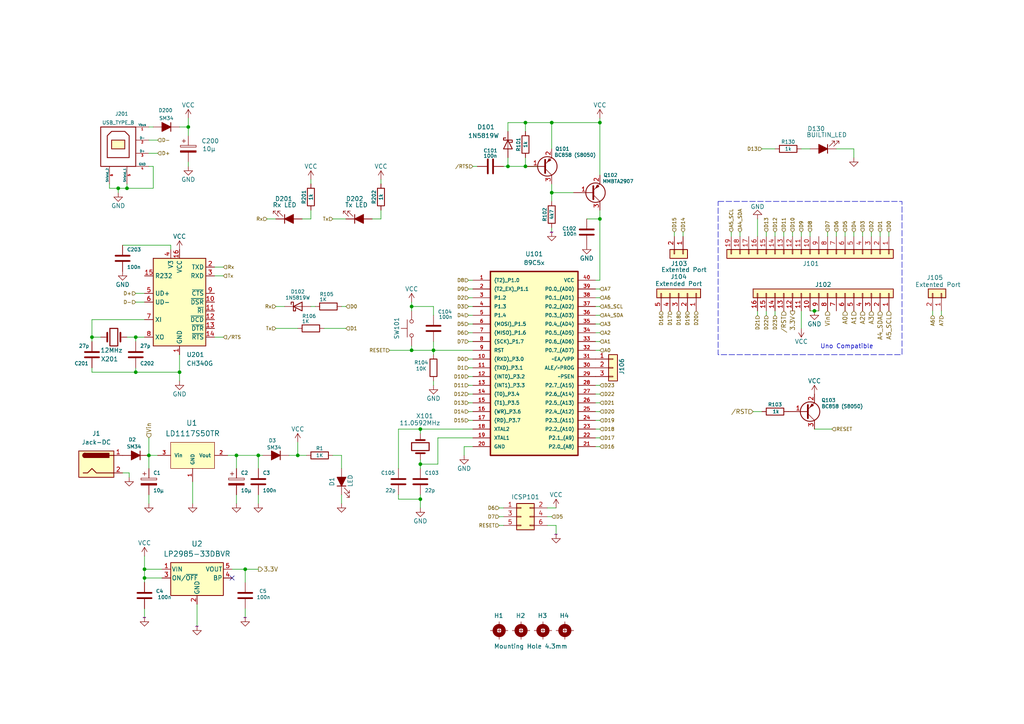
<source format=kicad_sch>
(kicad_sch (version 20231120) (generator "eeschema") (generator_version "8.0")
  (paper "A4")
  (title_block (title "Ardui89 Cinque Uno") (date "2024-06-18") (rev "0") (company "C. BARBATO") (comment 1 "A892407"))
  (junction (at 43.18 132.08))
  (junction (at 68.58 132.08))
  (junction (at 236.22 90.17))
  (junction (at 125.73 101.6))
  (junction (at 152.4 35.56))
  (junction (at 152.4 48.26))
  (junction (at 39.37 107.95))
  (junction (at 52.07 107.95))
  (junction (at 173.99 35.56))
  (junction (at 39.37 97.79))
  (junction (at 26.67 97.79))
  (junction (at 121.92 144.78))
  (junction (at 119.38 88.9))
  (junction (at 54.61 36.83))
  (junction (at 41.91 165.1))
  (junction (at 74.93 132.08))
  (junction (at 147.32 48.26))
  (junction (at 121.92 134.62))
  (junction (at 41.91 167.64))
  (junction (at 121.92 124.46))
  (junction (at 71.12 165.1))
  (junction (at 34.29 54.61))
  (junction (at 119.38 101.6))
  (junction (at 173.99 63.5))
  (junction (at 36.83 54.61))
  (junction (at 86.36 132.08))
  (junction (at 160.02 35.56))
  (junction (at 160.02 55.88))
  (no_connect (at 67.31 167.64))
  (wire (pts (xy 74.93 143.51) (xy 74.93 146.05)))
  (wire (pts (xy 43.18 132.08) (xy 43.18 135.89)))
  (wire (pts (xy 125.73 110.49) (xy 125.73 111.76)))
  (wire (pts (xy 195.58 68.58) (xy 195.58 67.31)))
  (wire (pts (xy 144.78 152.4) (xy 146.05 152.4)))
  (wire (pts (xy 39.37 107.95) (xy 39.37 106.68)))
  (wire (pts (xy 160.02 35.56) (xy 173.99 35.56)))
  (wire (pts (xy 173.99 93.98) (xy 172.72 93.98)))
  (wire (pts (xy 137.16 48.26) (xy 138.43 48.26)))
  (wire (pts (xy 115.57 124.46) (xy 121.92 124.46)))
  (wire (pts (xy 242.57 67.31) (xy 242.57 68.58)))
  (wire (pts (xy 173.99 83.82) (xy 172.72 83.82)))
  (wire (pts (xy 252.73 67.31) (xy 252.73 68.58)))
  (wire (pts (xy 39.37 97.79) (xy 36.83 97.79)))
  (wire (pts (xy 135.89 106.68) (xy 137.16 106.68)))
  (wire (pts (xy 173.99 88.9) (xy 172.72 88.9)))
  (wire (pts (xy 160.02 35.56) (xy 160.02 43.18)))
  (wire (pts (xy 173.99 101.6) (xy 172.72 101.6)))
  (wire (pts (xy 26.67 92.71) (xy 26.67 97.79)))
  (wire (pts (xy 121.92 133.35) (xy 121.92 134.62)))
  (wire (pts (xy 39.37 85.09) (xy 41.91 85.09)))
  (wire (pts (xy 41.91 161.29) (xy 41.91 165.1)))
  (wire (pts (xy 125.73 91.44) (xy 125.73 88.9)))
  (wire (pts (xy 110.49 60.96) (xy 110.49 63.5)))
  (wire (pts (xy 240.03 67.31) (xy 240.03 68.58)))
  (wire (pts (xy 173.99 96.52) (xy 172.72 96.52)))
  (wire (pts (xy 43.18 44.45) (xy 45.72 44.45)))
  (wire (pts (xy 121.92 143.51) (xy 121.92 144.78)))
  (wire (pts (xy 88.9 132.08) (xy 86.36 132.08)))
  (wire (pts (xy 37.465 138.43) (xy 37.465 137.16)))
  (wire (pts (xy 110.49 52.07) (xy 110.49 53.34)))
  (wire (pts (xy 219.71 63.5) (xy 219.71 68.58)))
  (wire (pts (xy 90.17 88.9) (xy 91.44 88.9)))
  (wire (pts (xy 250.19 67.31) (xy 250.19 68.58)))
  (wire (pts (xy 62.23 97.79) (xy 64.77 97.79)))
  (wire (pts (xy 36.83 54.61) (xy 44.45 54.61)))
  (wire (pts (xy 152.4 35.56) (xy 152.4 38.1)))
  (wire (pts (xy 232.41 43.18) (xy 234.95 43.18)))
  (wire (pts (xy 99.06 132.08) (xy 99.06 135.89)))
  (wire (pts (xy 219.71 91.44) (xy 219.71 90.17)))
  (wire (pts (xy 41.91 167.64) (xy 41.91 168.91)))
  (wire (pts (xy 43.18 48.26) (xy 44.45 48.26)))
  (wire (pts (xy 119.38 101.6) (xy 125.73 101.6)))
  (wire (pts (xy 96.52 63.5) (xy 100.33 63.5)))
  (wire (pts (xy 247.65 67.31) (xy 247.65 68.58)))
  (wire (pts (xy 41.91 165.1) (xy 41.91 167.64)))
  (wire (pts (xy 121.92 134.62) (xy 121.92 135.89)))
  (wire (pts (xy 80.01 95.25) (xy 86.36 95.25)))
  (wire (pts (xy 41.91 167.64) (xy 46.99 167.64)))
  (wire (pts (xy 245.11 67.31) (xy 245.11 68.58)))
  (wire (pts (xy 152.4 48.26) (xy 156.21 48.26)))
  (wire (pts (xy 71.12 176.53) (xy 71.12 179.07)))
  (wire (pts (xy 90.17 52.07) (xy 90.17 53.34)))
  (wire (pts (xy 121.92 134.62) (xy 127 134.62)))
  (wire (pts (xy 115.57 144.78) (xy 115.57 143.51)))
  (wire (pts (xy 144.78 149.86) (xy 146.05 149.86)))
  (wire (pts (xy 158.75 147.32) (xy 161.29 147.32)))
  (wire (pts (xy 34.29 55.88) (xy 34.29 54.61)))
  (wire (pts (xy 43.18 127) (xy 43.18 132.08)))
  (wire (pts (xy 26.67 97.79) (xy 26.67 99.06)))
  (wire (pts (xy 99.06 143.51) (xy 99.06 146.05)))
  (wire (pts (xy 39.37 97.79) (xy 39.37 99.06)))
  (wire (pts (xy 232.41 67.31) (xy 232.41 68.58)))
  (wire (pts (xy 74.93 132.08) (xy 76.2 132.08)))
  (wire (pts (xy 173.99 99.06) (xy 172.72 99.06)))
  (wire (pts (xy 137.16 114.3) (xy 135.89 114.3)))
  (wire (pts (xy 121.92 144.78) (xy 121.92 147.32)))
  (wire (pts (xy 135.89 93.98) (xy 137.16 93.98)))
  (wire (pts (xy 121.92 124.46) (xy 137.16 124.46)))
  (wire (pts (xy 52.07 110.49) (xy 52.07 107.95)))
  (wire (pts (xy 49.53 71.12) (xy 49.53 72.39)))
  (wire (pts (xy 198.12 68.58) (xy 198.12 67.31)))
  (wire (pts (xy 214.63 67.31) (xy 214.63 68.58)))
  (wire (pts (xy 147.32 35.56) (xy 152.4 35.56)))
  (wire (pts (xy 173.99 35.56) (xy 173.99 50.8)))
  (wire (pts (xy 125.73 101.6) (xy 125.73 102.87)))
  (wire (pts (xy 62.23 77.47) (xy 64.77 77.47)))
  (wire (pts (xy 212.09 67.31) (xy 212.09 68.58)))
  (wire (pts (xy 43.18 36.83) (xy 44.45 36.83)))
  (wire (pts (xy 158.75 149.86) (xy 160.02 149.86)))
  (wire (pts (xy 35.56 71.12) (xy 49.53 71.12)))
  (wire (pts (xy 45.72 40.64) (xy 43.18 40.64)))
  (wire (pts (xy 135.89 104.14) (xy 137.16 104.14)))
  (wire (pts (xy 172.72 81.28) (xy 173.99 81.28)))
  (wire (pts (xy 147.32 38.1) (xy 147.32 35.56)))
  (wire (pts (xy 67.31 165.1) (xy 71.12 165.1)))
  (wire (pts (xy 68.58 132.08) (xy 74.93 132.08)))
  (wire (pts (xy 125.73 99.06) (xy 125.73 101.6)))
  (wire (pts (xy 247.65 45.72) (xy 247.65 43.18)))
  (wire (pts (xy 121.92 144.78) (xy 115.57 144.78)))
  (wire (pts (xy 173.99 121.92) (xy 172.72 121.92)))
  (wire (pts (xy 39.37 97.79) (xy 41.91 97.79)))
  (wire (pts (xy 152.4 35.56) (xy 160.02 35.56)))
  (wire (pts (xy 66.04 132.08) (xy 68.58 132.08)))
  (wire (pts (xy 173.99 114.3) (xy 172.72 114.3)))
  (wire (pts (xy 37.465 137.16) (xy 35.56 137.16)))
  (wire (pts (xy 137.16 116.84) (xy 135.89 116.84)))
  (wire (pts (xy 135.89 86.36) (xy 137.16 86.36)))
  (wire (pts (xy 135.89 81.28) (xy 137.16 81.28)))
  (wire (pts (xy 134.62 129.54) (xy 134.62 132.08)))
  (wire (pts (xy 134.62 129.54) (xy 137.16 129.54)))
  (wire (pts (xy 135.89 99.06) (xy 137.16 99.06)))
  (wire (pts (xy 173.99 34.29) (xy 173.99 35.56)))
  (wire (pts (xy 161.29 152.4) (xy 161.29 154.94)))
  (wire (pts (xy 137.16 127) (xy 127 127)))
  (wire (pts (xy 137.16 121.92) (xy 135.89 121.92)))
  (wire (pts (xy 31.75 54.61) (xy 34.29 54.61)))
  (wire (pts (xy 55.88 146.05) (xy 55.88 139.7)))
  (wire (pts (xy 270.51 90.17) (xy 270.51 91.44)))
  (wire (pts (xy 222.25 68.58) (xy 222.25 67.31)))
  (wire (pts (xy 82.55 88.9) (xy 80.01 88.9)))
  (wire (pts (xy 173.99 86.36) (xy 172.72 86.36)))
  (wire (pts (xy 119.38 88.9) (xy 125.73 88.9)))
  (wire (pts (xy 173.99 129.54) (xy 172.72 129.54)))
  (wire (pts (xy 99.06 88.9) (xy 100.33 88.9)))
  (wire (pts (xy 173.99 63.5) (xy 173.99 60.96)))
  (wire (pts (xy 127 127) (xy 127 134.62)))
  (wire (pts (xy 71.12 165.1) (xy 74.93 165.1)))
  (wire (pts (xy 43.18 132.08) (xy 45.72 132.08)))
  (wire (pts (xy 39.37 107.95) (xy 26.67 107.95)))
  (wire (pts (xy 257.81 67.31) (xy 257.81 68.58)))
  (wire (pts (xy 52.07 102.87) (xy 52.07 107.95)))
  (wire (pts (xy 247.65 43.18) (xy 242.57 43.18)))
  (wire (pts (xy 115.57 135.89) (xy 115.57 124.46)))
  (wire (pts (xy 86.36 128.27) (xy 86.36 132.08)))
  (wire (pts (xy 43.18 143.51) (xy 43.18 146.05)))
  (wire (pts (xy 236.22 90.17) (xy 237.49 90.17)))
  (wire (pts (xy 147.32 48.26) (xy 152.4 48.26)))
  (wire (pts (xy 160.02 55.88) (xy 160.02 58.42)))
  (wire (pts (xy 227.33 68.58) (xy 227.33 67.31)))
  (wire (pts (xy 173.99 119.38) (xy 172.72 119.38)))
  (wire (pts (xy 222.25 91.44) (xy 222.25 90.17)))
  (wire (pts (xy 57.15 175.26) (xy 57.15 181.61)))
  (wire (pts (xy 137.16 88.9) (xy 135.89 88.9)))
  (wire (pts (xy 147.32 45.72) (xy 147.32 48.26)))
  (wire (pts (xy 31.75 53.34) (xy 31.75 54.61)))
  (wire (pts (xy 137.16 119.38) (xy 135.89 119.38)))
  (wire (pts (xy 224.79 68.58) (xy 224.79 67.31)))
  (wire (pts (xy 234.95 90.17) (xy 236.22 90.17)))
  (wire (pts (xy 80.01 63.5) (xy 77.47 63.5)))
  (wire (pts (xy 110.49 63.5) (xy 107.95 63.5)))
  (wire (pts (xy 68.58 143.51) (xy 68.58 146.05)))
  (wire (pts (xy 54.61 34.29) (xy 54.61 36.83)))
  (wire (pts (xy 36.83 53.34) (xy 36.83 54.61)))
  (wire (pts (xy 39.37 87.63) (xy 41.91 87.63)))
  (wire (pts (xy 52.07 36.83) (xy 54.61 36.83)))
  (wire (pts (xy 158.75 152.4) (xy 161.29 152.4)))
  (wire (pts (xy 224.79 43.18) (xy 220.98 43.18)))
  (wire (pts (xy 119.38 87.63) (xy 119.38 88.9)))
  (wire (pts (xy 39.37 107.95) (xy 52.07 107.95)))
  (wire (pts (xy 137.16 111.76) (xy 135.89 111.76)))
  (wire (pts (xy 241.3 124.46) (xy 236.22 124.46)))
  (wire (pts (xy 229.87 67.31) (xy 229.87 68.58)))
  (wire (pts (xy 125.73 101.6) (xy 137.16 101.6)))
  (wire (pts (xy 234.95 67.31) (xy 234.95 68.58)))
  (wire (pts (xy 34.29 54.61) (xy 36.83 54.61)))
  (wire (pts (xy 160.02 55.88) (xy 166.37 55.88)))
  (wire (pts (xy 44.45 48.26) (xy 44.45 54.61)))
  (wire (pts (xy 224.79 91.44) (xy 224.79 90.17)))
  (wire (pts (xy 41.91 176.53) (xy 41.91 179.07)))
  (wire (pts (xy 119.38 100.33) (xy 119.38 101.6)))
  (wire (pts (xy 135.89 83.82) (xy 137.16 83.82)))
  (wire (pts (xy 113.03 101.6) (xy 119.38 101.6)))
  (wire (pts (xy 119.38 88.9) (xy 119.38 90.17)))
  (wire (pts (xy 160.02 66.04) (xy 160.02 67.31)))
  (wire (pts (xy 273.05 90.17) (xy 273.05 91.44)))
  (wire (pts (xy 41.91 165.1) (xy 46.99 165.1)))
  (wire (pts (xy 62.23 80.01) (xy 64.77 80.01)))
  (wire (pts (xy 74.93 132.08) (xy 74.93 135.89)))
  (wire (pts (xy 173.99 81.28) (xy 173.99 63.5)))
  (wire (pts (xy 160.02 55.88) (xy 160.02 53.34)))
  (wire (pts (xy 170.18 63.5) (xy 173.99 63.5)))
  (wire (pts (xy 54.61 46.99) (xy 54.61 48.26)))
  (wire (pts (xy 173.99 116.84) (xy 172.72 116.84)))
  (wire (pts (xy 86.36 132.08) (xy 83.82 132.08)))
  (wire (pts (xy 96.52 132.08) (xy 99.06 132.08)))
  (wire (pts (xy 146.05 48.26) (xy 147.32 48.26)))
  (wire (pts (xy 26.67 107.95) (xy 26.67 106.68)))
  (wire (pts (xy 173.99 127) (xy 172.72 127)))
  (wire (pts (xy 135.89 96.52) (xy 137.16 96.52)))
  (wire (pts (xy 232.41 90.17) (xy 232.41 95.25)))
  (wire (pts (xy 90.17 63.5) (xy 87.63 63.5)))
  (wire (pts (xy 29.21 97.79) (xy 26.67 97.79)))
  (wire (pts (xy 152.4 45.72) (xy 152.4 48.26)))
  (wire (pts (xy 135.89 91.44) (xy 137.16 91.44)))
  (wire (pts (xy 144.78 147.32) (xy 146.05 147.32)))
  (wire (pts (xy 93.98 95.25) (xy 100.33 95.25)))
  (wire (pts (xy 54.61 36.83) (xy 54.61 39.37)))
  (wire (pts (xy 71.12 165.1) (xy 71.12 168.91)))
  (wire (pts (xy 90.17 60.96) (xy 90.17 63.5)))
  (wire (pts (xy 68.58 132.08) (xy 68.58 135.89)))
  (wire (pts (xy 173.99 91.44) (xy 172.72 91.44)))
  (wire (pts (xy 26.67 92.71) (xy 41.91 92.71)))
  (wire (pts (xy 173.99 111.76) (xy 172.72 111.76)))
  (wire (pts (xy 135.89 109.22) (xy 137.16 109.22)))
  (wire (pts (xy 255.27 67.31) (xy 255.27 68.58)))
  (wire (pts (xy 218.44 119.38) (xy 220.98 119.38)))
  (wire (pts (xy 121.92 125.73) (xy 121.92 124.46)))
  (wire (pts (xy 173.99 124.46) (xy 172.72 124.46)))
  (rectangle (start 208.28 58.42) (end 261.62 102.87) (stroke (width 0) (type dash)))
  (text "Uno Compatible" (at 245.618 100.584 0) (effects (font (size 1.27 1.27))))
  (hierarchical_label "D6" (shape input) (at 144.78 147.32 180) (effects (font (size 1.016 1.016))))
  (hierarchical_label "A5_SCL" (shape input) (at 173.99 88.9 0) (effects (font (size 1.016 1.016))))
  (hierarchical_label "{slash}RST" (shape input) (at 227.33 90.17 270))
  (hierarchical_label "D7" (shape input) (at 240.03 67.31 90) (effects (font (size 1.016 1.016))))
  (hierarchical_label "D16" (shape input) (at 191.77 90.17 270) (effects (font (size 1.016 1.016))))
  (hierarchical_label "D8" (shape input) (at 234.95 67.31 90) (effects (font (size 1.016 1.016))))
  (hierarchical_label "A3" (shape input) (at 252.73 90.17 270))
  (hierarchical_label "D6" (shape input) (at 242.57 67.31 90) (effects (font (size 1.016 1.016))))
  (hierarchical_label "D14" (shape input) (at 135.89 119.38 180) (effects (font (size 1.016 1.016))))
  (hierarchical_label "D+" (shape input) (at 45.72 44.45 0) (effects (font (size 1.016 1.016))))
  (hierarchical_label "D19" (shape input) (at 199.39 90.17 270) (effects (font (size 1.016 1.016))))
  (hierarchical_label "Tx" (shape input) (at 80.01 95.25 180) (effects (font (size 1.016 1.016))))
  (hierarchical_label "D4" (shape input) (at 247.65 67.31 90) (effects (font (size 1.016 1.016))))
  (hierarchical_label "Rx" (shape input) (at 77.47 63.5 180) (effects (font (size 1.016 1.016))))
  (hierarchical_label "A6" (shape input) (at 270.51 91.44 270) (effects (font (size 1.016 1.016))))
  (hierarchical_label "D3" (shape input) (at 250.19 67.31 90) (effects (font (size 1.016 1.016))))
  (hierarchical_label "D23" (shape input) (at 173.99 111.76 0) (effects (font (size 1.016 1.016))))
  (hierarchical_label "D23" (shape input) (at 224.79 91.44 270) (effects (font (size 1.016 1.016))))
  (hierarchical_label "D2" (shape input) (at 252.73 67.31 90) (effects (font (size 1.016 1.016))))
  (hierarchical_label "D13" (shape input) (at 220.98 43.18 180) (effects (font (size 1.016 1.016))))
  (hierarchical_label "D10" (shape input) (at 135.89 109.22 180) (effects (font (size 1.016 1.016))))
  (hierarchical_label "D11" (shape input) (at 135.89 111.76 180) (effects (font (size 1.016 1.016))))
  (hierarchical_label "D21" (shape input) (at 173.99 116.84 0) (effects (font (size 1.016 1.016))))
  (hierarchical_label "D+" (shape input) (at 39.37 85.09 180) (effects (font (size 1.016 1.016))))
  (hierarchical_label "D-" (shape input) (at 45.72 40.64 0) (effects (font (size 1.016 1.016))))
  (hierarchical_label "D22" (shape input) (at 173.99 114.3 0) (effects (font (size 1.016 1.016))))
  (hierarchical_label "D9" (shape input) (at 232.41 67.31 90) (effects (font (size 1.016 1.016))))
  (hierarchical_label "D1" (shape input) (at 135.89 106.68 180) (effects (font (size 1.016 1.016))))
  (hierarchical_label "A5_SCL" (shape input) (at 257.81 90.17 270))
  (hierarchical_label "{slash}RTS" (shape input) (at 137.16 48.26 180) (effects (font (size 1.016 1.016))))
  (hierarchical_label "D10" (shape input) (at 229.87 67.31 90) (effects (font (size 1.016 1.016))))
  (hierarchical_label "Tx" (shape input) (at 64.77 80.01 0) (effects (font (size 1.016 1.016))))
  (hierarchical_label "A1" (shape input) (at 247.65 90.17 270))
  (hierarchical_label "D12" (shape input) (at 135.89 114.3 180) (effects (font (size 1.016 1.016))))
  (hierarchical_label "D19" (shape input) (at 173.99 121.92 0) (effects (font (size 1.016 1.016))))
  (hierarchical_label "Tx" (shape input) (at 96.52 63.5 180) (effects (font (size 1.016 1.016))))
  (hierarchical_label "D11" (shape input) (at 227.33 67.31 90) (effects (font (size 1.016 1.016))))
  (hierarchical_label "A7" (shape input) (at 173.99 83.82 0) (effects (font (size 1.016 1.016))))
  (hierarchical_label "D12" (shape input) (at 224.79 67.31 90) (effects (font (size 1.016 1.016))))
  (hierarchical_label "Vin" (shape input) (at 240.03 90.17 270))
  (hierarchical_label "D17" (shape input) (at 173.99 127 0) (effects (font (size 1.016 1.016))))
  (hierarchical_label "D0" (shape input) (at 257.81 67.31 90) (effects (font (size 1.016 1.016))))
  (hierarchical_label "{slash}RTS" (shape input) (at 64.77 97.79 0) (effects (font (size 1.016 1.016))))
  (hierarchical_label "A0" (shape input) (at 173.99 101.6 0) (effects (font (size 1.016 1.016))))
  (hierarchical_label "A4_SDA" (shape input) (at 173.99 91.44 0) (effects (font (size 1.016 1.016))))
  (hierarchical_label "{slash}RST" (shape input) (at 218.44 119.38 180))
  (hierarchical_label "D20" (shape input) (at 173.99 119.38 0) (effects (font (size 1.016 1.016))))
  (hierarchical_label "D9" (shape input) (at 135.89 83.82 180) (effects (font (size 1.016 1.016))))
  (hierarchical_label "D0" (shape input) (at 100.33 88.9 0) (effects (font (size 1.016 1.016))))
  (hierarchical_label "RESET" (shape input) (at 241.3 124.46 0) (effects (font (size 1.016 1.016))))
  (hierarchical_label "D7" (shape input) (at 135.89 99.06 180) (effects (font (size 1.016 1.016))))
  (hierarchical_label "D1" (shape input) (at 100.33 95.25 0) (effects (font (size 1.016 1.016))))
  (hierarchical_label "D13" (shape input) (at 222.25 67.31 90) (effects (font (size 1.016 1.016))))
  (hierarchical_label "3.3V" (shape output) (at 74.93 165.1 0))
  (hierarchical_label "3.3V" (shape output) (at 229.87 90.17 270))
  (hierarchical_label "D21" (shape input) (at 219.71 91.44 270) (effects (font (size 1.016 1.016))))
  (hierarchical_label "A0" (shape input) (at 245.11 90.17 270))
  (hierarchical_label "D16" (shape input) (at 173.99 129.54 0) (effects (font (size 1.016 1.016))))
  (hierarchical_label "D1" (shape input) (at 255.27 67.31 90) (effects (font (size 1.016 1.016))))
  (hierarchical_label "D7" (shape input) (at 144.78 149.86 180) (effects (font (size 1.016 1.016))))
  (hierarchical_label "A5_SCL" (shape input) (at 212.09 67.31 90) (effects (font (size 1.016 1.016))))
  (hierarchical_label "A4_SDA" (shape input) (at 214.63 67.31 90) (effects (font (size 1.016 1.016))))
  (hierarchical_label "D20" (shape input) (at 201.93 90.17 270) (effects (font (size 1.016 1.016))))
  (hierarchical_label "A2" (shape input) (at 250.19 90.17 270))
  (hierarchical_label "D18" (shape input) (at 196.85 90.17 270) (effects (font (size 1.016 1.016))))
  (hierarchical_label "D6" (shape input) (at 135.89 96.52 180) (effects (font (size 1.016 1.016))))
  (hierarchical_label "D5" (shape input) (at 135.89 93.98 180) (effects (font (size 1.016 1.016))))
  (hierarchical_label "D5" (shape input) (at 245.11 67.31 90) (effects (font (size 1.016 1.016))))
  (hierarchical_label "A1" (shape input) (at 173.99 99.06 0) (effects (font (size 1.016 1.016))))
  (hierarchical_label "Rx" (shape input) (at 64.77 77.47 0) (effects (font (size 1.016 1.016))))
  (hierarchical_label "D2" (shape input) (at 135.89 86.36 180) (effects (font (size 1.016 1.016))))
  (hierarchical_label "D3" (shape input) (at 135.89 88.9 180) (effects (font (size 1.016 1.016))))
  (hierarchical_label "D18" (shape input) (at 173.99 124.46 0) (effects (font (size 1.016 1.016))))
  (hierarchical_label "Vin" (shape input) (at 43.18 127 90))
  (hierarchical_label "D17" (shape input) (at 194.31 90.17 270) (effects (font (size 1.016 1.016))))
  (hierarchical_label "D8" (shape input) (at 135.89 81.28 180) (effects (font (size 1.016 1.016))))
  (hierarchical_label "D15" (shape input) (at 195.58 67.31 90) (effects (font (size 1.016 1.016))))
  (hierarchical_label "A3" (shape input) (at 173.99 93.98 0) (effects (font (size 1.016 1.016))))
  (hierarchical_label "D22" (shape input) (at 222.25 91.44 270) (effects (font (size 1.016 1.016))))
  (hierarchical_label "D15" (shape input) (at 135.89 121.92 180) (effects (font (size 1.016 1.016))))
  (hierarchical_label "D13" (shape input) (at 135.89 116.84 180) (effects (font (size 1.016 1.016))))
  (hierarchical_label "D14" (shape input) (at 198.12 67.31 90) (effects (font (size 1.016 1.016))))
  (hierarchical_label "RESET" (shape input) (at 144.78 152.4 180) (effects (font (size 1.016 1.016))))
  (hierarchical_label "D5" (shape input) (at 160.02 149.86 0) (effects (font (size 1.016 1.016))))
  (hierarchical_label "A7" (shape input) (at 273.05 91.44 270) (effects (font (size 1.016 1.016))))
  (hierarchical_label "Rx" (shape input) (at 80.01 88.9 180) (effects (font (size 1.016 1.016))))
  (hierarchical_label "A6" (shape input) (at 173.99 86.36 0) (effects (font (size 1.016 1.016))))
  (hierarchical_label "D-" (shape input) (at 39.37 87.63 180) (effects (font (size 1.016 1.016))))
  (hierarchical_label "A2" (shape input) (at 173.99 96.52 0) (effects (font (size 1.016 1.016))))
  (hierarchical_label "A4_SDA" (shape input) (at 255.27 90.17 270))
  (hierarchical_label "D4" (shape input) (at 135.89 91.44 180) (effects (font (size 1.016 1.016))))
  (hierarchical_label "RESET" (shape input) (at 113.03 101.6 180) (effects (font (size 1.016 1.016))))
  (hierarchical_label "D0" (shape input) (at 135.89 104.14 180) (effects (font (size 1.016 1.016))))
  (symbol (lib_id "Device:LED_Filled") (at 104.14 63.5 0) (mirror x) (unit 1)
    (property "Reference" "D202" (at 102.87 57.658 0))
    (property "Value" "Tx LED" (at 103.378 59.436 0))
    (property "Footprint" "Diode_SMD:D_1206_3216Metric_Pad1.42x1.75mm_HandSolder" (effects (hide yes)))
    (property "Datasheet" "http://www.osram-os.com/Graphics/XPic9/00078860_0.pdf" (effects (hide yes)))
    (property "Description" "Power On Green LED" (effects (hide yes)))
    (property "Characteristics" "LED CHIPLED 570NM GREEN" (effects (hide yes)))
    (property "MFN" "OSRAM Opto" (effects (hide yes)))
    (property "Package ID" "SMD_0805" (effects (hide yes)))
    (property "Source" "ANY" (effects (hide yes)))
    (property "Critical" "N" (effects (hide yes)))
    (property "Subsystem" "Voltage_Reg" (effects (hide yes)))
    (property "MPN" "LG R971-KN-1" (effects (hide yes)))
  )
  (symbol (lib_id "Connector_Generic:Conn_01x02") (at 198.12 73.66 270) (unit 1)
    (property "Reference" "J103" (at 194.564 76.454 90) (effects (justify left)))
    (property "Value" "Extented Port" (at 191.77 78.232 90) (effects (justify left)))
    (property "Footprint" "Connector_PinSocket_2.54mm:PinSocket_1x02_P2.54mm_Vertical" (effects (hide yes)))
    (property "Description" "Generic connector, single row, 01x02, script generated (kicad-library-utils/schlib/autogen/connector/)" (effects (hide yes)))
  )
  (symbol (lib_id "power:GND") (at 134.62 132.08 0) (unit 1)
    (property "Reference" "#PWR0202" (effects (hide yes)))
    (property "Value" "GND" (at 134.62 135.89 0))
  )
  (symbol (lib_id "power:VCC") (at 173.99 34.29 0) (unit 1)
    (property "Reference" "#PWR0102" (effects (hide yes)))
    (property "Value" "VCC" (at 173.99 30.48 0))
  )
  (symbol (lib_id "Connector_Generic:Conn_01x05") (at 196.85 85.09 270) (mirror x) (unit 1)
    (property "Reference" "J104" (at 196.85 80.264 90))
    (property "Value" "Extended Port" (at 196.85 82.296 90))
    (property "Footprint" "Connector_PinSocket_2.54mm:PinSocket_1x05_P2.54mm_Vertical" (effects (hide yes)))
    (property "Description" "Generic connector, single row, 01x05, script generated (kicad-library-utils/schlib/autogen/connector/)" (effects (hide yes)))
  )
  (symbol (lib_name "MountingHole_1") (lib_id "Mechanical:MountingHole") (at 157.48 182.88 0) (unit 1)
    (property "Reference" "H3" (at 155.956 178.562 0) (effects (justify left)))
    (property "Value" "MountingHole" (effects (hide yes)))
    (property "Footprint" "MountingHole:MountingHole_4.3mm_M4_DIN965" (effects (hide yes)))
  )
  (symbol (lib_id "Device:C") (at 26.67 102.87 0) (unit 1)
    (property "Reference" "C201" (at 21.59 105.41 0) (effects (font (size 1.016 1.016)) (justify left)))
    (property "Value" "27p" (at 22.86 100.33 0) (effects (font (size 1.016 1.016)) (justify left)))
    (property "Footprint" "Capacitor_SMD:C_1206_3216Metric_Pad1.33x1.80mm_HandSolder" (effects (hide yes)))
    (property "Datasheet" "http://images.ihscontent.net/vipimages/VipMasterIC/IC/KEME/KEMES10043/KEMES10043-1.pdf" (effects (hide yes)))
    (property "Description" "ATMEGA328P VCC and AVCC Bypass Cap" (effects (hide yes)))
    (property "Characteristics" "CAPACITOR, CERAMIC, MULTILAYER, 100 V, X7R, 0.1 uF, SURFACE MOUNT, 0805, CHIP, ROHS COMPLIANT" (effects (hide yes)))
    (property "MFN" "Kemet" (effects (hide yes)))
    (property "Package ID" "SMD_0805" (effects (hide yes)))
    (property "Source" "ANY" (effects (hide yes)))
    (property "Critical" "N" (effects (hide yes)))
    (property "Subsystem" "328P_Sub" (effects (hide yes)))
    (property "MPN" "C0805C104K1RACAUTO" (effects (hide yes)))
  )
  (symbol (lib_id "Arduino_Uno_R3_From_Scratch-rescue:GND-power") (at 161.29 154.94 0) (unit 1)
    (property "Reference" "#PWR016" (effects (hide yes)))
    (property "Value" "GND" (effects (hide yes)))
    (property "Footprint" "~" (at 161.29 154.94 0) (effects (font (size 1.524 1.524))))
    (property "Datasheet" "~" (at 161.29 154.94 0) (effects (font (size 1.524 1.524))))
    (property "Source" "ANY" (effects (hide yes)))
    (property "Critical" "N" (effects (hide yes)))
  )
  (symbol (lib_id "Device:C") (at 71.12 172.72 0) (unit 1)
    (property "Reference" "C5" (at 75.184 171.45 0) (effects (font (size 1.016 1.016)) (justify left)))
    (property "Value" "100n" (at 74.422 173.228 0) (effects (font (size 1.016 1.016)) (justify left)))
    (property "Footprint" "Capacitor_SMD:C_1206_3216Metric_Pad1.33x1.80mm_HandSolder" (effects (hide yes)))
    (property "Datasheet" "http://product.tdk.com/en/catalog/datasheets/mlcc_commercial_general_en.pdf" (effects (hide yes)))
    (property "Description" "2.2uF 3V3 LDO Output Cap" (effects (hide yes)))
    (property "Characteristics" "CAP CER 2.2UF 16V X7R 0805" (effects (hide yes)))
    (property "MFN" "TDK Corporation" (effects (hide yes)))
    (property "Package ID" "SMD_0805" (effects (hide yes)))
    (property "Source" "ANY" (effects (hide yes)))
    (property "Critical" "Y" (effects (hide yes)))
    (property "Subsystem" "Voltage_Mgmt" (effects (hide yes)))
    (property "Notes" "Must be between 0.001 and 1Ω ESR" (effects (hide yes)))
    (property "MPN" "C2012X7R1C225K125AB" (effects (hide yes)))
  )
  (symbol (lib_id "Device:Crystal") (at 33.02 97.79 180) (unit 1)
    (property "Reference" "X201" (at 34.29 104.14 0) (effects (justify left)))
    (property "Value" "12MHz" (at 35.56 101.6 0) (effects (justify left)))
    (property "Footprint" "Crystal:Crystal_HC49-4H_Vertical" (effects (hide yes)))
  )
  (symbol (lib_id "Device:R") (at 228.6 43.18 270) (unit 1)
    (property "Reference" "R130" (at 228.6 41.148 90) (effects (font (size 1.016 1.016))))
    (property "Value" "1k" (at 228.6 43.18 90) (effects (font (size 1.016 1.016))))
    (property "Footprint" "Resistor_SMD:R_1206_3216Metric_Pad1.30x1.75mm_HandSolder" (effects (hide yes)))
    (property "Datasheet" "http://www.yageo.com/pdf/Pu-RC0805_51_PbFree_L_2.pdf" (effects (hide yes)))
    (property "Description" "Power On LED Resistor" (effects (hide yes)))
    (property "Characteristics" "RESISTOR, METAL GLAZE/THICK FILM, 0.125W, 1%, 100ppm, 510ohm, SURFACE MOUNT, 0805" (effects (hide yes)))
    (property "MFN" "Yageo" (effects (hide yes)))
    (property "Package ID" "SMD_0805" (effects (hide yes)))
    (property "Source" "ANY" (effects (hide yes)))
    (property "Critical" "N" (effects (hide yes)))
    (property "Subsystem" "Voltage_Reg" (effects (hide yes)))
    (property "MPN" "RC0805FR-07510RL" (effects (hide yes)))
  )
  (symbol (lib_id "power:VCC") (at 54.61 34.29 0) (unit 1)
    (property "Reference" "#PWR01" (effects (hide yes)))
    (property "Value" "VCC" (at 54.61 30.48 0))
  )
  (symbol (lib_id "power:GND") (at 170.18 71.12 0) (unit 1)
    (property "Reference" "#PWR021" (effects (hide yes)))
    (property "Value" "GND" (at 170.18 74.93 0))
  )
  (symbol (lib_id "Arduino_Uno_R3_From_Scratch-rescue:GND-power") (at 160.02 67.31 0) (unit 1)
    (property "Reference" "#PWR0104" (effects (hide yes)))
    (property "Value" "GND" (effects (hide yes)))
    (property "Footprint" "~" (at 160.02 67.31 0) (effects (font (size 1.524 1.524))))
    (property "Datasheet" "~" (at 160.02 67.31 0) (effects (font (size 1.524 1.524))))
    (property "Source" "ANY" (effects (hide yes)))
    (property "Critical" "N" (effects (hide yes)))
  )
  (symbol (lib_id "Arduino_Uno_R3_From_Scratch-rescue:GND-power") (at 71.12 179.07 0) (unit 1)
    (property "Reference" "#PWR017" (effects (hide yes)))
    (property "Value" "GND" (effects (hide yes)))
    (property "Footprint" "~" (at 71.12 179.07 0) (effects (font (size 1.524 1.524))))
    (property "Datasheet" "~" (at 71.12 179.07 0) (effects (font (size 1.524 1.524))))
    (property "Source" "ANY" (effects (hide yes)))
    (property "Critical" "N" (effects (hide yes)))
  )
  (symbol (lib_id "Arduino_Uno_R3_From_Scratch-rescue:GND-power") (at 99.06 146.05 0) (unit 1)
    (property "Reference" "#PWR012" (effects (hide yes)))
    (property "Value" "GND" (effects (hide yes)))
    (property "Source" "ANY" (effects (hide yes)))
    (property "Critical" "N" (effects (hide yes)))
  )
  (symbol (lib_id "Arduino_Uno_R3_From_Scratch:USB_TYPE_B") (at 34.29 41.91 0) (unit 1)
    (property "Reference" "J201" (at 35.306 33.02 0) (effects (font (size 1.016 1.016))))
    (property "Value" "USB_TYPE_B" (at 34.29 35.56 0) (effects (font (size 1.016 1.016))))
    (property "Footprint" "Connector_USB:USB_B_Lumberg_2411_02_Horizontal" (effects (hide yes)))
    (property "Datasheet" "http://images.ihscontent.net/vipimages/VipMasterIC/IC/TYEL/TYELS17825/TYELS17825-1.pdf" (effects (hide yes)))
    (property "Description" "USB Type-B Connector" (effects (hide yes)))
    (property "Characteristics" "4 CONTACT(S), FEMALE, RIGHT ANGLE USB TYPE-B CONNECTOR" (effects (hide yes)))
    (property "MFN" "TE Connectivity" (effects (hide yes)))
    (property "Package ID" "PTH" (effects (hide yes)))
    (property "Source" "ANY" (effects (hide yes)))
    (property "Critical" "Y" (effects (hide yes)))
    (property "Subsystem" "USB_Cnxn" (effects (hide yes)))
    (property "Notes" "Must match footprint" (effects (hide yes)))
    (property "MPN" "292304-1" (effects (hide yes)))
  )
  (symbol (lib_id "power:VCC") (at 52.07 72.39 0) (unit 1)
    (property "Reference" "#PWR0204" (effects (hide yes)))
    (property "Value" "VCC" (at 52.07 68.58 0))
  )
  (symbol (lib_id "power:GND") (at 54.61 48.26 0) (unit 1)
    (property "Reference" "#PWR0101" (effects (hide yes)))
    (property "Value" "GND" (at 54.61 52.07 0))
  )
  (symbol (lib_id "Device:C_Polarized") (at 43.18 139.7 0) (unit 1)
    (property "Reference" "C1" (at 44.45 137.16 0) (effects (font (size 1.016 1.016)) (justify left)))
    (property "Value" "10µ" (at 44.45 142.24 0) (effects (font (size 1.016 1.016)) (justify left)))
    (property "Footprint" "BACKCIEL:C_2512_Pol_Tantale_Trainning" (effects (hide yes)))
    (property "Datasheet" "http://images.ihscontent.net/vipimages/VipMasterIC/IC/BEYS/BEYSS04513/BEYSS04513-1.pdf" (effects (hide yes)))
    (property "Description" "47uF Low ESR LDO Input Cap" (effects (hide yes)))
    (property "Characteristics" "CAPACITOR, ALUMINUM ELECTROLYTIC, NON SOLID, POLARIZED, 50 V, 47 uF, SURFACE MOUNT, 3131, CHIP, ROHS COMPLIANT" (effects (hide yes)))
    (property "MFN" "Vishay" (effects (hide yes)))
    (property "Package ID" "SMD 5.0 x 5.0 x 5.3" (effects (hide yes)))
    (property "Source" "ANY" (effects (hide yes)))
    (property "Critical" "N" (effects (hide yes)))
    (property "Subsystem" "Voltage_Reg" (effects (hide yes)))
    (property "Notes" "ESR must fall between 0.33Ω and 22Ω" (effects (hide yes)))
    (property "MPN" "MAL215371479E3" (effects (hide yes)))
  )
  (symbol (lib_id "Connector_Generic:Conn_01x16") (at 240.03 85.09 270) (mirror x) (unit 1)
    (property "Reference" "J102" (at 238.76 82.55 90))
    (property "Value" "Conn_01x16" (effects (hide yes)))
    (property "Footprint" "BACKCIEL:Ardu89_Uno_Analog_Power_Connector" (effects (hide yes)))
    (property "Description" "Generic connector, single row, 01x16, script generated (kicad-library-utils/schlib/autogen/connector/)" (effects (hide yes)))
  )
  (symbol (lib_id "BACKCIEL:89C5x") (at 154.94 111.76 0) (unit 1)
    (property "Reference" "U101" (at 154.94 73.66 0))
    (property "Value" "89C5x" (at 154.94 76.2 0))
    (property "Footprint" "Package_DIP:DIP-40_W15.24mm_LongPads" (effects (hide yes)))
    (property "MF" "Cyril BARBATO" (effects (hide yes)))
    (property "Description_1" "\n8051 series Microcontroller IC 8-Bit 24MHz 8KB (8K x 8) FLASH 40-PDIP\n" (effects (hide yes)))
    (property "Package" "DIP-40" (effects (hide yes)))
    (property "Price" "None" (effects (hide yes)))
    (property "Check_prices" "https://www.snapeda.com/parts/AT89S5224PC/Microchip/view-part/?ref=eda" (effects (hide yes)))
    (property "SnapEDA_Link" "https://www.snapeda.com/parts/AT89S5224PC/Microchip/view-part/?ref=snap" (effects (hide yes)))
    (property "MP" "89C5x" (effects (hide yes)))
    (property "Availability" "In Stock" (effects (hide yes)))
    (property "Purchase-URL" "https://pricing.snapeda.com/search?q=AT89S52-24PC&ref=eda" (effects (hide yes)))
  )
  (symbol (lib_id "Device:C") (at 170.18 67.31 0) (unit 1)
    (property "Reference" "C102" (at 163.068 66.294 0) (effects (font (size 1.016 1.016)) (justify left)))
    (property "Value" "100n" (at 163.322 67.818 0) (effects (font (size 1.016 1.016)) (justify left)))
    (property "Footprint" "Capacitor_SMD:C_1206_3216Metric_Pad1.33x1.80mm_HandSolder" (effects (hide yes)))
    (property "Datasheet" "http://images.ihscontent.net/vipimages/VipMasterIC/IC/KEME/KEMES10043/KEMES10043-1.pdf" (effects (hide yes)))
    (property "Description" "ATMEGA328P VCC and AVCC Bypass Cap" (effects (hide yes)))
    (property "Characteristics" "CAPACITOR, CERAMIC, MULTILAYER, 100 V, X7R, 0.1 uF, SURFACE MOUNT, 0805, CHIP, ROHS COMPLIANT" (effects (hide yes)))
    (property "MFN" "Kemet" (effects (hide yes)))
    (property "Package ID" "SMD_0805" (effects (hide yes)))
    (property "Source" "ANY" (effects (hide yes)))
    (property "Critical" "N" (effects (hide yes)))
    (property "Subsystem" "328P_Sub" (effects (hide yes)))
    (property "MPN" "C0805C104K1RACAUTO" (effects (hide yes)))
  )
  (symbol (lib_id "Interface_USB:CH340G") (at 52.07 87.63 0) (unit 1)
    (property "Reference" "U201" (at 54.0894 102.87 0) (effects (justify left)))
    (property "Value" "CH340G" (at 54.0894 105.41 0) (effects (justify left)))
    (property "Footprint" "Package_SO:SOIC-16_3.9x9.9mm_P1.27mm" (effects (hide yes)))
    (property "Datasheet" "http://www.datasheet5.com/pdf-local-2195953" (effects (hide yes)))
  )
  (symbol (lib_id "Diode:1N5819") (at 147.32 41.91 90) (mirror x) (unit 1)
    (property "Reference" "D101" (at 143.51 36.83 90) (effects (justify left)))
    (property "Value" "1N5819W" (at 144.78 39.37 90) (effects (justify left)))
    (property "Footprint" "Diode_SMD:D_1206_3216Metric_Pad1.42x1.75mm_HandSolder" (effects (hide yes)))
    (property "Datasheet" "http://www.vishay.com/docs/88525/1n5817.pdf" (effects (hide yes)))
    (property "Description" "40V 1A Schottky Barrier Rectifier Diode, DO-41" (effects (hide yes)))
  )
  (symbol (lib_id "Device:LED_Filled") (at 238.76 43.18 180) (unit 1)
    (property "Reference" "D130" (at 236.728 37.338 0))
    (property "Value" "BUILTIN_LED" (at 239.776 39.116 0))
    (property "Footprint" "Diode_SMD:D_1206_3216Metric_Pad1.42x1.75mm_HandSolder" (effects (hide yes)))
    (property "Datasheet" "http://www.osram-os.com/Graphics/XPic9/00078860_0.pdf" (effects (hide yes)))
    (property "Description" "Power On Green LED" (effects (hide yes)))
    (property "Characteristics" "LED CHIPLED 570NM GREEN" (effects (hide yes)))
    (property "MFN" "OSRAM Opto" (effects (hide yes)))
    (property "Package ID" "SMD_0805" (effects (hide yes)))
    (property "Source" "ANY" (effects (hide yes)))
    (property "Critical" "N" (effects (hide yes)))
    (property "Subsystem" "Voltage_Reg" (effects (hide yes)))
    (property "MPN" "LG R971-KN-1" (effects (hide yes)))
  )
  (symbol (lib_id "Device:D_Filled") (at 80.01 132.08 180) (unit 1)
    (property "Reference" "D3" (at 78.994 127.762 0) (effects (font (size 1.016 1.016))))
    (property "Value" "SM34" (at 79.502 129.794 0) (effects (font (size 1.016 1.016))))
    (property "Footprint" "Diode_SMD:D_MELF" (effects (hide yes)))
    (property "Datasheet" "http://www.onsemi.com/pub_link/Collateral/MRA4003T3-D.PDF" (effects (hide yes)))
    (property "Description" "Reverse Voltage Protection Diode" (effects (hide yes)))
    (property "Characteristics" "1A, 1000V, SILICON, SIGNAL DIODE, ROHS COMPLIANT, COMPACT, PLASTIC, CASE 403D-02, SMA, 2 PIN" (effects (hide yes)))
    (property "MFN" "ON Semi" (effects (hide yes)))
    (property "Package ID" "R-PDSO-J2" (effects (hide yes)))
    (property "Source" "ANY" (effects (hide yes)))
    (property "Critical" "N" (effects (hide yes)))
    (property "Subsystem" "Voltage_Reg" (effects (hide yes)))
    (property "MPN" "MRA4007T3G" (effects (hide yes)))
  )
  (symbol (lib_name "GND_14") (lib_id "power:GND") (at 34.29 55.88 0) (unit 1)
    (property "Reference" "#PWR014" (effects (hide yes)))
    (property "Value" "GND" (at 34.29 59.69 0))
  )
  (symbol (lib_name "MountingHole_1") (lib_id "Mechanical:MountingHole") (at 151.13 182.88 0) (unit 1)
    (property "Reference" "H2" (at 149.606 178.562 0) (effects (justify left)))
    (property "Value" "MountingHole" (effects (hide yes)))
    (property "Footprint" "MountingHole:MountingHole_4.3mm_M4_DIN965" (effects (hide yes)))
    (property "Datasheet" "  (layer \"F.Cu\")" (effects (hide yes)))
  )
  (symbol (lib_id "power:VCC") (at 86.36 128.27 0) (unit 1)
    (property "Reference" "#PWR011" (effects (hide yes)))
    (property "Value" "VCC" (at 86.36 124.46 0))
  )
  (symbol (lib_id "Device:R") (at 125.73 106.68 180) (unit 1)
    (property "Reference" "R104" (at 122.174 105.156 0) (effects (font (size 1.016 1.016))))
    (property "Value" "10K" (at 122.174 106.934 0) (effects (font (size 1.016 1.016))))
    (property "Footprint" "Resistor_SMD:R_1206_3216Metric_Pad1.30x1.75mm_HandSolder" (effects (hide yes)))
    (property "Datasheet" "http://images.ihscontent.net/vipimages/VipMasterIC/IC/VISH/VISHS75859/VISHS75859-1.pdf" (effects (hide yes)))
    (property "Description" "ATMEGA328P 10K ICSP Pull Up" (effects (hide yes)))
    (property "Characteristics" "RESISTOR, METAL GLAZE/THICK FILM, 0.125W, 5%, 200ppm, 10000ohm, SURFACE MOUNT, 0805" (effects (hide yes)))
    (property "MFN" "Vishay" (effects (hide yes)))
    (property "Package ID" "SMD_0805" (effects (hide yes)))
    (property "Source" "ANY" (effects (hide yes)))
    (property "Critical" "N" (effects (hide yes)))
    (property "Subsystem" "328P_Sub" (effects (hide yes)))
    (property "MPN" "CRCW080510K0JNEA" (effects (hide yes)))
  )
  (symbol (lib_id "Arduino_Uno_R3_From_Scratch-rescue:GND-power") (at 55.88 146.05 0) (unit 1)
    (property "Reference" "#PWR07" (effects (hide yes)))
    (property "Value" "GND" (effects (hide yes)))
    (property "Source" "ANY" (effects (hide yes)))
    (property "Critical" "N" (effects (hide yes)))
  )
  (symbol (lib_id "Arduino_Uno_R3_From_Scratch-rescue:GND-power") (at 68.58 146.05 0) (unit 1)
    (property "Reference" "#PWR09" (effects (hide yes)))
    (property "Value" "GND" (effects (hide yes)))
    (property "Source" "ANY" (effects (hide yes)))
    (property "Critical" "N" (effects (hide yes)))
  )
  (symbol (lib_id "power:VCC") (at 236.22 114.3 0) (unit 1)
    (property "Reference" "#PWR022" (effects (hide yes)))
    (property "Value" "VCC" (at 236.22 110.49 0))
  )
  (symbol (lib_id "Device:R") (at 152.4 41.91 0) (unit 1)
    (property "Reference" "R101" (at 150.368 41.91 90) (effects (font (size 1.016 1.016))))
    (property "Value" "1k" (at 152.4 41.91 90) (effects (font (size 1.016 1.016))))
    (property "Footprint" "Resistor_SMD:R_1206_3216Metric_Pad1.30x1.75mm_HandSolder" (effects (hide yes)))
    (property "Datasheet" "http://www.yageo.com/pdf/Pu-RC0805_51_PbFree_L_2.pdf" (effects (hide yes)))
    (property "Description" "Power On LED Resistor" (effects (hide yes)))
    (property "Characteristics" "RESISTOR, METAL GLAZE/THICK FILM, 0.125W, 1%, 100ppm, 510ohm, SURFACE MOUNT, 0805" (effects (hide yes)))
    (property "MFN" "Yageo" (effects (hide yes)))
    (property "Package ID" "SMD_0805" (effects (hide yes)))
    (property "Source" "ANY" (effects (hide yes)))
    (property "Critical" "N" (effects (hide yes)))
    (property "Subsystem" "Voltage_Reg" (effects (hide yes)))
    (property "MPN" "RC0805FR-07510RL" (effects (hide yes)))
  )
  (symbol (lib_id "power:GND") (at 219.71 63.5 180) (unit 1)
    (property "Reference" "#PWR04" (effects (hide yes)))
    (property "Value" "GND" (at 219.71 59.944 0))
  )
  (symbol (lib_id "power:VCC") (at 232.41 95.25 180) (unit 1)
    (property "Reference" "#PWR02" (effects (hide yes)))
    (property "Value" "VCC" (at 232.41 99.06 0))
  )
  (symbol (lib_id "Device:C") (at 41.91 172.72 0) (unit 1)
    (property "Reference" "C4" (at 45.212 171.45 0) (effects (font (size 1.016 1.016)) (justify left)))
    (property "Value" "100n" (at 45.72 173.228 0) (effects (font (size 1.016 1.016)) (justify left)))
    (property "Footprint" "Capacitor_SMD:C_1206_3216Metric_Pad1.33x1.80mm_HandSolder" (effects (hide yes)))
    (property "Datasheet" "http://www.kemet.com/docfinder?Partnumber=C0805C105K8RACAUTO" (effects (hide yes)))
    (property "Description" "3V3 LDO Input Cap" (effects (hide yes)))
    (property "Characteristics" "CAPACITOR, CERAMIC, MULTILAYER, 10 V, X7R, 1 uF, SURFACE MOUNT, 0805" (effects (hide yes)))
    (property "MFN" "Kemet" (effects (hide yes)))
    (property "Package ID" "SMD_0805" (effects (hide yes)))
    (property "Source" "ANY" (effects (hide yes)))
    (property "Critical" "N" (effects (hide yes)))
    (property "Subsystem" "Voltage_Mgmt" (effects (hide yes)))
    (property "MPN" "C0805C105K8RACAUTO " (effects (hide yes)))
  )
  (symbol (lib_id "Device:C") (at 74.93 139.7 0) (unit 1)
    (property "Reference" "C3" (at 76.2 137.16 0) (effects (font (size 1.016 1.016)) (justify left)))
    (property "Value" "100n" (at 76.2 142.24 0) (effects (font (size 1.016 1.016)) (justify left)))
    (property "Footprint" "Capacitor_SMD:C_1206_3216Metric_Pad1.33x1.80mm_HandSolder" (effects (hide yes)))
    (property "Datasheet" "http://images.ihscontent.net/vipimages/VipMasterIC/IC/KEME/KEMES10043/KEMES10043-1.pdf" (effects (hide yes)))
    (property "Description" "LDO Bypass Cap" (effects (hide yes)))
    (property "Characteristics" "CAPACITOR, CERAMIC, MULTILAYER, 100 V, X7R, 0.1 uF, SURFACE MOUNT, 0805, CHIP, ROHS COMPLIANT" (effects (hide yes)))
    (property "MFN" "Kemet" (effects (hide yes)))
    (property "Package ID" "SMD_0805" (effects (hide yes)))
    (property "Source" "ANY" (effects (hide yes)))
    (property "Critical" "N" (effects (hide yes)))
    (property "Subsystem" "Voltage_Reg" (effects (hide yes)))
    (property "MPN" "C0805C104K1RACAUTO" (effects (hide yes)))
  )
  (symbol (lib_id "Device:D_Filled") (at 39.37 132.08 180) (unit 1)
    (property "Reference" "D2" (at 38.354 127.508 0) (effects (font (size 1.016 1.016))))
    (property "Value" "SM34" (at 38.862 129.54 0) (effects (font (size 1.016 1.016))))
    (property "Footprint" "Diode_SMD:D_MELF" (effects (hide yes)))
    (property "Datasheet" "http://www.onsemi.com/pub_link/Collateral/MRA4003T3-D.PDF" (effects (hide yes)))
    (property "Description" "Reverse Voltage Protection Diode" (effects (hide yes)))
    (property "Characteristics" "1A, 1000V, SILICON, SIGNAL DIODE, ROHS COMPLIANT, COMPACT, PLASTIC, CASE 403D-02, SMA, 2 PIN" (effects (hide yes)))
    (property "MFN" "ON Semi" (effects (hide yes)))
    (property "Package ID" "R-PDSO-J2" (effects (hide yes)))
    (property "Source" "ANY" (effects (hide yes)))
    (property "Critical" "N" (effects (hide yes)))
    (property "Subsystem" "Voltage_Reg" (effects (hide yes)))
    (property "MPN" "MRA4007T3G" (effects (hide yes)))
  )
  (symbol (lib_id "Device:R") (at 92.71 132.08 90) (unit 1)
    (property "Reference" "R1" (at 92.71 130.048 90) (effects (font (size 1.016 1.016))))
    (property "Value" "1K" (at 92.71 132.08 90) (effects (font (size 1.016 1.016))))
    (property "Footprint" "Resistor_SMD:R_1206_3216Metric_Pad1.30x1.75mm_HandSolder" (effects (hide yes)))
    (property "Datasheet" "http://www.yageo.com/pdf/Pu-RC0805_51_PbFree_L_2.pdf" (effects (hide yes)))
    (property "Description" "Power On LED Resistor" (effects (hide yes)))
    (property "Characteristics" "RESISTOR, METAL GLAZE/THICK FILM, 0.125W, 1%, 100ppm, 510ohm, SURFACE MOUNT, 0805" (effects (hide yes)))
    (property "MFN" "Yageo" (effects (hide yes)))
    (property "Package ID" "SMD_0805" (effects (hide yes)))
    (property "Source" "ANY" (effects (hide yes)))
    (property "Critical" "N" (effects (hide yes)))
    (property "Subsystem" "Voltage_Reg" (effects (hide yes)))
    (property "MPN" "RC0805FR-07510RL" (effects (hide yes)))
  )
  (symbol (lib_id "power:GND") (at 236.22 90.17 0) (unit 1)
    (property "Reference" "#PWR03" (effects (hide yes)))
    (property "Value" "GND" (at 236.22 93.98 0))
  )
  (symbol (lib_id "MFN_STMicro:LD1117S50TR") (at 55.88 132.08 0) (unit 1)
    (property "Reference" "U1" (at 55.626 122.682 0) (effects (font (size 1.524 1.524))))
    (property "Value" "LD1117S50TR" (at 55.88 125.73 0) (effects (font (size 1.524 1.524))))
    (property "Footprint" "LD1117S50TR:SOT230P700X180-4N" (effects (hide yes)))
    (property "Datasheet" "http://www.st.com/st-web-ui/static/active/en/resource/technical/document/datasheet/CD00000544.pdf" (effects (hide yes)))
    (property "Description" "5V Fixed LDO" (effects (hide yes)))
    (property "Characteristics" "5 V FIXED POSITIVE LDO REGULATOR, 1.2 V DROPOUT, PDSO3, ROHS COMPLIANT, SOT-223, 4 PIN" (effects (hide yes)))
    (property "MFN" "STMicroelectronics" (effects (hide yes)))
    (property "Package ID" "SOT-223" (effects (hide yes)))
    (property "Source" "Any" (effects (hide yes)))
    (property "Critical" "N" (effects (hide yes)))
    (property "Subsystem" "Voltage_Reg" (effects (hide yes)))
    (property "MPN" "LD1117S50TR" (effects (hide yes)))
  )
  (symbol (lib_id "Device:C") (at 121.92 139.7 0) (unit 1)
    (property "Reference" "C103" (at 123.19 137.16 0) (effects (font (size 1.016 1.016)) (justify left)))
    (property "Value" "22p" (at 123.19 142.24 0) (effects (font (size 1.016 1.016)) (justify left)))
    (property "Footprint" "Capacitor_SMD:C_1206_3216Metric_Pad1.33x1.80mm_HandSolder" (effects (hide yes)))
    (property "Datasheet" "http://images.ihscontent.net/vipimages/VipMasterIC/IC/KEME/KEMES10043/KEMES10043-1.pdf" (effects (hide yes)))
    (property "Description" "ATMEGA328P VCC and AVCC Bypass Cap" (effects (hide yes)))
    (property "Characteristics" "CAPACITOR, CERAMIC, MULTILAYER, 100 V, X7R, 0.1 uF, SURFACE MOUNT, 0805, CHIP, ROHS COMPLIANT" (effects (hide yes)))
    (property "MFN" "Kemet" (effects (hide yes)))
    (property "Package ID" "SMD_0805" (effects (hide yes)))
    (property "Source" "ANY" (effects (hide yes)))
    (property "Critical" "N" (effects (hide yes)))
    (property "Subsystem" "328P_Sub" (effects (hide yes)))
    (property "MPN" "C0805C104K1RACAUTO" (effects (hide yes)))
  )
  (symbol (lib_id "Connector_Generic:Conn_01x19") (at 234.95 73.66 270) (unit 1)
    (property "Reference" "J101" (at 235.204 76.454 90))
    (property "Value" "Conn_01x19" (effects (hide yes)))
    (property "Footprint" "BACKCIEL:Ardu89_Uno_Digital_Connector" (effects (hide yes)))
    (property "Description" "Generic connector, single row, 01x19, script generated (kicad-library-utils/schlib/autogen/connector/)" (effects (hide yes)))
  )
  (symbol (lib_id "Device:R") (at 90.17 57.15 0) (unit 1)
    (property "Reference" "R201" (at 88.138 57.15 90) (effects (font (size 1.016 1.016))))
    (property "Value" "1k" (at 90.17 57.15 90) (effects (font (size 1.016 1.016))))
    (property "Footprint" "Resistor_SMD:R_1206_3216Metric_Pad1.30x1.75mm_HandSolder" (effects (hide yes)))
    (property "Datasheet" "http://www.yageo.com/pdf/Pu-RC0805_51_PbFree_L_2.pdf" (effects (hide yes)))
    (property "Description" "Power On LED Resistor" (effects (hide yes)))
    (property "Characteristics" "RESISTOR, METAL GLAZE/THICK FILM, 0.125W, 1%, 100ppm, 510ohm, SURFACE MOUNT, 0805" (effects (hide yes)))
    (property "MFN" "Yageo" (effects (hide yes)))
    (property "Package ID" "SMD_0805" (effects (hide yes)))
    (property "Source" "ANY" (effects (hide yes)))
    (property "Critical" "N" (effects (hide yes)))
    (property "Subsystem" "Voltage_Reg" (effects (hide yes)))
    (property "MPN" "RC0805FR-07510RL" (effects (hide yes)))
  )
  (symbol (lib_id "Device:LED_Filled") (at 83.82 63.5 0) (mirror x) (unit 1)
    (property "Reference" "D201" (at 82.296 57.658 0))
    (property "Value" "Rx LED" (at 82.55 59.436 0))
    (property "Footprint" "Diode_SMD:D_1206_3216Metric_Pad1.42x1.75mm_HandSolder" (effects (hide yes)))
    (property "Datasheet" "http://www.osram-os.com/Graphics/XPic9/00078860_0.pdf" (effects (hide yes)))
    (property "Description" "Power On Green LED" (effects (hide yes)))
    (property "Characteristics" "LED CHIPLED 570NM GREEN" (effects (hide yes)))
    (property "MFN" "OSRAM Opto" (effects (hide yes)))
    (property "Package ID" "SMD_0805" (effects (hide yes)))
    (property "Source" "ANY" (effects (hide yes)))
    (property "Critical" "N" (effects (hide yes)))
    (property "Subsystem" "Voltage_Reg" (effects (hide yes)))
    (property "MPN" "LG R971-KN-1" (effects (hide yes)))
  )
  (symbol (lib_id "Device:C") (at 125.73 95.25 0) (unit 1)
    (property "Reference" "C104" (at 127 90.424 0) (effects (font (size 1.016 1.016)) (justify left)))
    (property "Value" "100n" (at 127.254 91.948 0) (effects (font (size 1.016 1.016)) (justify left)))
    (property "Footprint" "Capacitor_SMD:C_1206_3216Metric_Pad1.33x1.80mm_HandSolder" (effects (hide yes)))
    (property "Datasheet" "http://images.ihscontent.net/vipimages/VipMasterIC/IC/KEME/KEMES10043/KEMES10043-1.pdf" (effects (hide yes)))
    (property "Description" "ATMEGA328P VCC and AVCC Bypass Cap" (effects (hide yes)))
    (property "Characteristics" "CAPACITOR, CERAMIC, MULTILAYER, 100 V, X7R, 0.1 uF, SURFACE MOUNT, 0805, CHIP, ROHS COMPLIANT" (effects (hide yes)))
    (property "MFN" "Kemet" (effects (hide yes)))
    (property "Package ID" "SMD_0805" (effects (hide yes)))
    (property "Source" "ANY" (effects (hide yes)))
    (property "Critical" "N" (effects (hide yes)))
    (property "Subsystem" "328P_Sub" (effects (hide yes)))
    (property "MPN" "C0805C104K1RACAUTO" (effects (hide yes)))
  )
  (symbol (lib_id "power:GND") (at 121.92 147.32 0) (unit 1)
    (property "Reference" "#PWR0106" (effects (hide yes)))
    (property "Value" "GND" (at 121.92 151.13 0))
  )
  (symbol (lib_id "power:VCC") (at 90.17 52.07 0) (unit 1)
    (property "Reference" "#PWR0201" (effects (hide yes)))
    (property "Value" "VCC" (at 90.17 48.26 0))
  )
  (symbol (lib_id "Device:Crystal") (at 121.92 129.54 270) (unit 1)
    (property "Reference" "X101" (at 120.65 120.65 90) (effects (justify left)))
    (property "Value" "11.0592MHz" (at 115.824 122.682 90) (effects (justify left)))
    (property "Footprint" "BACKCIEL:Crystal_HC49-U-3PinB_Vertical" (effects (hide yes)))
  )
  (symbol (lib_id "Arduino_Uno_R3_From_Scratch-rescue:GND-power") (at 37.465 138.43 0) (unit 1)
    (property "Reference" "#PWR08" (effects (hide yes)))
    (property "Value" "GND" (effects (hide yes)))
    (property "Source" "ANY" (effects (hide yes)))
    (property "Critical" "N" (effects (hide yes)))
  )
  (symbol (lib_id "Device:C") (at 35.56 74.93 0) (unit 1)
    (property "Reference" "C203" (at 36.83 72.39 0) (effects (font (size 1.016 1.016)) (justify left)))
    (property "Value" "100n" (at 36.83 77.47 0) (effects (font (size 1.016 1.016)) (justify left)))
    (property "Footprint" "Capacitor_SMD:C_1206_3216Metric_Pad1.33x1.80mm_HandSolder" (effects (hide yes)))
    (property "Datasheet" "http://images.ihscontent.net/vipimages/VipMasterIC/IC/KEME/KEMES10043/KEMES10043-1.pdf" (effects (hide yes)))
    (property "Description" "ATMEGA328P VCC and AVCC Bypass Cap" (effects (hide yes)))
    (property "Characteristics" "CAPACITOR, CERAMIC, MULTILAYER, 100 V, X7R, 0.1 uF, SURFACE MOUNT, 0805, CHIP, ROHS COMPLIANT" (effects (hide yes)))
    (property "MFN" "Kemet" (effects (hide yes)))
    (property "Package ID" "SMD_0805" (effects (hide yes)))
    (property "Source" "ANY" (effects (hide yes)))
    (property "Critical" "N" (effects (hide yes)))
    (property "Subsystem" "328P_Sub" (effects (hide yes)))
    (property "MPN" "C0805C104K1RACAUTO" (effects (hide yes)))
  )
  (symbol (lib_id "Device:C_Polarized") (at 68.58 139.7 0) (unit 1)
    (property "Reference" "C2" (at 69.85 137.16 0) (effects (font (size 1.016 1.016)) (justify left)))
    (property "Value" "10µ" (at 69.85 142.24 0) (effects (font (size 1.016 1.016)) (justify left)))
    (property "Footprint" "BACKCIEL:C_2512_Pol_Tantale_Trainning" (effects (hide yes)))
    (property "Datasheet" "http://images.ihscontent.net/vipimages/VipMasterIC/IC/BEYS/BEYSS04513/BEYSS04513-1.pdf" (effects (hide yes)))
    (property "Description" "47uF Low ESR LDO Output Cap" (effects (hide yes)))
    (property "Characteristics" "CAPACITOR, ALUMINUM ELECTROLYTIC, NON SOLID, POLARIZED, 50 V, 47 uF, SURFACE MOUNT, 3131, CHIP, ROHS COMPLIANT" (effects (hide yes)))
    (property "MFN" "Vishay" (effects (hide yes)))
    (property "Package ID" "SMD 5.0 x 5.0 x 5.3" (effects (hide yes)))
    (property "Source" "ANY" (effects (hide yes)))
    (property "Critical" "N" (effects (hide yes)))
    (property "Subsystem" "Voltage_Reg" (effects (hide yes)))
    (property "Notes" "ESR must fall between 0.33Ω and 22Ω" (effects (hide yes)))
    (property "MPN" "MAL215371479E3" (effects (hide yes)))
  )
  (symbol (lib_id "Device:D_Filled") (at 48.26 36.83 0) (mirror y) (unit 1)
    (property "Reference" "D200" (at 48.006 32.004 0) (effects (font (size 1.016 1.016))))
    (property "Value" "SM34" (at 48.26 34.29 0) (effects (font (size 1.016 1.016))))
    (property "Footprint" "Diode_SMD:D_MELF" (effects (hide yes)))
    (property "Datasheet" "http://www.onsemi.com/pub_link/Collateral/MRA4003T3-D.PDF" (effects (hide yes)))
    (property "Description" "Reverse Voltage Protection Diode" (effects (hide yes)))
    (property "Characteristics" "1A, 1000V, SILICON, SIGNAL DIODE, ROHS COMPLIANT, COMPACT, PLASTIC, CASE 403D-02, SMA, 2 PIN" (effects (hide yes)))
    (property "MFN" "ON Semi" (effects (hide yes)))
    (property "Package ID" "R-PDSO-J2" (effects (hide yes)))
    (property "Source" "ANY" (effects (hide yes)))
    (property "Critical" "N" (effects (hide yes)))
    (property "Subsystem" "Voltage_Reg" (effects (hide yes)))
    (property "MPN" "MRA4007T3G" (effects (hide yes)))
  )
  (symbol (lib_id "power:VCC") (at 161.29 147.32 0) (unit 1)
    (property "Reference" "#PWR018" (effects (hide yes)))
    (property "Value" "VCC" (at 161.29 143.51 0))
  )
  (symbol (lib_id "Device:C") (at 115.57 139.7 0) (unit 1)
    (property "Reference" "C105" (at 110.49 137.16 0) (effects (font (size 1.016 1.016)) (justify left)))
    (property "Value" "22p" (at 111.76 142.24 0) (effects (font (size 1.016 1.016)) (justify left)))
    (property "Footprint" "Capacitor_SMD:C_1206_3216Metric_Pad1.33x1.80mm_HandSolder" (effects (hide yes)))
    (property "Datasheet" "http://images.ihscontent.net/vipimages/VipMasterIC/IC/KEME/KEMES10043/KEMES10043-1.pdf" (effects (hide yes)))
    (property "Description" "ATMEGA328P VCC and AVCC Bypass Cap" (effects (hide yes)))
    (property "Characteristics" "CAPACITOR, CERAMIC, MULTILAYER, 100 V, X7R, 0.1 uF, SURFACE MOUNT, 0805, CHIP, ROHS COMPLIANT" (effects (hide yes)))
    (property "MFN" "Kemet" (effects (hide yes)))
    (property "Package ID" "SMD_0805" (effects (hide yes)))
    (property "Source" "ANY" (effects (hide yes)))
    (property "Critical" "N" (effects (hide yes)))
    (property "Subsystem" "328P_Sub" (effects (hide yes)))
    (property "MPN" "C0805C104K1RACAUTO" (effects (hide yes)))
  )
  (symbol (lib_id "power:VCC") (at 110.49 52.07 0) (unit 1)
    (property "Reference" "#PWR0103" (effects (hide yes)))
    (property "Value" "VCC" (at 110.49 48.26 0))
  )
  (symbol (lib_id "Device:R") (at 95.25 88.9 270) (mirror x) (unit 1)
    (property "Reference" "R105" (at 94.742 85.344 90) (effects (font (size 1.016 1.016))))
    (property "Value" "1K" (at 93.726 86.868 90) (effects (font (size 1.016 1.016))))
    (property "Footprint" "Resistor_SMD:R_1206_3216Metric_Pad1.30x1.75mm_HandSolder" (effects (hide yes)))
    (property "Datasheet" "http://images.ihscontent.net/vipimages/VipMasterIC/IC/VISH/VISHS75859/VISHS75859-1.pdf" (effects (hide yes)))
    (property "Description" "ATMEGA328P DTR Pull Down Resistor" (effects (hide yes)))
    (property "Characteristics" "METAL GLAZE/THICK FILM, 0.125W, 5%, 200ppm, 1000ohm, SURFACE MOUNT, 0805," (effects (hide yes)))
    (property "MFN" "Vishay" (effects (hide yes)))
    (property "Package ID" "SMD_0805" (effects (hide yes)))
    (property "Source" "ANY" (effects (hide yes)))
    (property "Critical" "N" (effects (hide yes)))
    (property "Subsystem" "328P_Sub" (effects (hide yes)))
    (property "MPN" "CRCW08051K00JNEA" (effects (hide yes)))
  )
  (symbol (lib_id "Device:C_Polarized") (at 54.61 43.18 0) (unit 1)
    (property "Reference" "C200" (at 58.42 40.894 0) (effects (justify left)))
    (property "Value" "10µ" (at 58.674 43.18 0) (effects (justify left)))
    (property "Footprint" "BACKCIEL:C_2512_Pol_Tantale_Trainning" (effects (hide yes)))
  )
  (symbol (lib_id "Switch:SW_Push") (at 119.38 95.25 90) (unit 1)
    (property "Reference" "SW101" (at 115.062 91.948 0) (effects (justify right)))
    (property "Value" "SW_Push" (effects (hide yes)))
    (property "Footprint" "Button_Switch_THT:SW_PUSH_6mm" (effects (hide yes)))
    (property "Description" "Push button switch, generic, two pins" (effects (hide yes)))
  )
  (symbol (lib_name "GND_3") (lib_id "power:GND") (at 52.07 110.49 0) (unit 1)
    (property "Reference" "#PWR0205" (effects (hide yes)))
    (property "Value" "GND" (at 52.07 114.3 0))
  )
  (symbol (lib_id "Device:C") (at 39.37 102.87 0) (unit 1)
    (property "Reference" "C202" (at 40.64 105.41 0) (effects (font (size 1.016 1.016)) (justify left)))
    (property "Value" "27p" (at 40.64 100.33 0) (effects (font (size 1.016 1.016)) (justify left)))
    (property "Footprint" "Capacitor_SMD:C_1206_3216Metric_Pad1.33x1.80mm_HandSolder" (effects (hide yes)))
    (property "Datasheet" "http://images.ihscontent.net/vipimages/VipMasterIC/IC/KEME/KEMES10043/KEMES10043-1.pdf" (effects (hide yes)))
    (property "Description" "ATMEGA328P VCC and AVCC Bypass Cap" (effects (hide yes)))
    (property "Characteristics" "CAPACITOR, CERAMIC, MULTILAYER, 100 V, X7R, 0.1 uF, SURFACE MOUNT, 0805, CHIP, ROHS COMPLIANT" (effects (hide yes)))
    (property "MFN" "Kemet" (effects (hide yes)))
    (property "Package ID" "SMD_0805" (effects (hide yes)))
    (property "Source" "ANY" (effects (hide yes)))
    (property "Critical" "N" (effects (hide yes)))
    (property "Subsystem" "328P_Sub" (effects (hide yes)))
    (property "MPN" "C0805C104K1RACAUTO" (effects (hide yes)))
  )
  (symbol (lib_name "MountingHole_1") (lib_id "Mechanical:MountingHole") (at 163.83 182.88 0) (unit 1)
    (property "Reference" "H4" (at 162.306 178.562 0) (effects (justify left)))
    (property "Value" "MountingHole" (effects (hide yes)))
    (property "Footprint" "MountingHole:MountingHole_4.3mm_M4_DIN965" (effects (hide yes)))
  )
  (symbol (lib_id "power:GND") (at 35.56 78.74 0) (unit 1)
    (property "Reference" "#PWR0203" (effects (hide yes)))
    (property "Value" "GND" (at 35.56 82.55 0))
  )
  (symbol (lib_id "Arduino_Uno_R3_From_Scratch-rescue:GND-power") (at 41.91 179.07 0) (unit 1)
    (property "Reference" "#PWR05" (effects (hide yes)))
    (property "Value" "GND" (effects (hide yes)))
    (property "Footprint" "~" (at 41.91 179.07 0) (effects (font (size 1.524 1.524))))
    (property "Datasheet" "~" (at 41.91 179.07 0) (effects (font (size 1.524 1.524))))
    (property "Source" "ANY" (effects (hide yes)))
    (property "Critical" "N" (effects (hide yes)))
  )
  (symbol (lib_id "Device:R") (at 110.49 57.15 0) (unit 1)
    (property "Reference" "R202" (at 108.458 57.15 90) (effects (font (size 1.016 1.016))))
    (property "Value" "1k" (at 110.49 57.15 90) (effects (font (size 1.016 1.016))))
    (property "Footprint" "Resistor_SMD:R_1206_3216Metric_Pad1.30x1.75mm_HandSolder" (effects (hide yes)))
    (property "Datasheet" "http://www.yageo.com/pdf/Pu-RC0805_51_PbFree_L_2.pdf" (effects (hide yes)))
    (property "Description" "Power On LED Resistor" (effects (hide yes)))
    (property "Characteristics" "RESISTOR, METAL GLAZE/THICK FILM, 0.125W, 1%, 100ppm, 510ohm, SURFACE MOUNT, 0805" (effects (hide yes)))
    (property "MFN" "Yageo" (effects (hide yes)))
    (property "Package ID" "SMD_0805" (effects (hide yes)))
    (property "Source" "ANY" (effects (hide yes)))
    (property "Critical" "N" (effects (hide yes)))
    (property "Subsystem" "Voltage_Reg" (effects (hide yes)))
    (property "MPN" "RC0805FR-07510RL" (effects (hide yes)))
  )
  (symbol (lib_id "Arduino_Uno_R3_From_Scratch-rescue:GND-power") (at 74.93 146.05 0) (unit 1)
    (property "Reference" "#PWR010" (effects (hide yes)))
    (property "Value" "GND" (effects (hide yes)))
    (property "Source" "ANY" (effects (hide yes)))
    (property "Critical" "N" (effects (hide yes)))
  )
  (symbol (lib_id "Connector_Generic:Conn_01x02") (at 273.05 85.09 270) (mirror x) (unit 1)
    (property "Reference" "J105" (at 268.732 80.518 90) (effects (justify left)))
    (property "Value" "Extented Port" (at 265.43 82.55 90) (effects (justify left)))
    (property "Footprint" "Connector_PinSocket_2.54mm:PinSocket_1x02_P2.54mm_Vertical" (effects (hide yes)))
    (property "Description" "Generic connector, single row, 01x02, script generated (kicad-library-utils/schlib/autogen/connector/)" (effects (hide yes)))
  )
  (symbol (lib_name "MountingHole_1") (lib_id "Mechanical:MountingHole") (at 144.78 182.88 0) (unit 1)
    (property "Reference" "H1" (at 143.256 178.562 0) (effects (justify left)))
    (property "Value" "Mounting Hole 4.3mm" (at 143.256 187.452 0) (effects (justify left)))
    (property "Footprint" "MountingHole:MountingHole_4.3mm_M4_DIN965" (effects (hide yes)))
  )
  (symbol (lib_id "Transistor_BJT:BC856") (at 233.68 119.38 0) (mirror x) (unit 1)
    (property "Reference" "Q103" (at 238.252 116.078 0) (effects (font (size 1.016 1.016)) (justify left)))
    (property "Value" "BC858 (S8050)" (at 238.252 117.856 0) (effects (font (size 1.016 1.016)) (justify left)))
    (property "Footprint" "Package_TO_SOT_SMD:SOT-23" (effects (hide yes)))
    (property "Datasheet" "https://www.onsemi.com/pub/Collateral/BC860-D.pdf" (effects (hide yes)))
    (property "Description" "0.1A Ic, 65V Vce, PNP Transistor, SOT-23" (effects (hide yes)))
  )
  (symbol (lib_id "Device:R") (at 224.79 119.38 270) (unit 1)
    (property "Reference" "R103" (at 224.79 117.348 90) (effects (font (size 1.016 1.016))))
    (property "Value" "1k" (at 225.044 119.38 90) (effects (font (size 1.016 1.016))))
    (property "Footprint" "Resistor_SMD:R_1206_3216Metric_Pad1.30x1.75mm_HandSolder" (effects (hide yes)))
    (property "Datasheet" "http://www.yageo.com/pdf/Pu-RC0805_51_PbFree_L_2.pdf" (effects (hide yes)))
    (property "Description" "Power On LED Resistor" (effects (hide yes)))
    (property "Characteristics" "RESISTOR, METAL GLAZE/THICK FILM, 0.125W, 1%, 100ppm, 510ohm, SURFACE MOUNT, 0805" (effects (hide yes)))
    (property "MFN" "Yageo" (effects (hide yes)))
    (property "Package ID" "SMD_0805" (effects (hide yes)))
    (property "Source" "ANY" (effects (hide yes)))
    (property "Critical" "N" (effects (hide yes)))
    (property "Subsystem" "Voltage_Reg" (effects (hide yes)))
    (property "MPN" "RC0805FR-07510RL" (effects (hide yes)))
  )
  (symbol (lib_id "Arduino_Uno_R3_From_Scratch-rescue:GND-power") (at 247.65 45.72 0) (unit 1)
    (property "Reference" "#PWR019" (effects (hide yes)))
    (property "Value" "GND" (effects (hide yes)))
    (property "Source" "ANY" (effects (hide yes)))
    (property "Critical" "N" (effects (hide yes)))
  )
  (symbol (lib_id "Transistor_BJT:BC858") (at 157.48 48.26 0) (mirror x) (unit 1)
    (property "Reference" "Q101" (at 161.036 43.18 0) (effects (font (size 1.016 1.016)) (justify left)))
    (property "Value" "BC858 (S8050)" (at 160.782 44.958 0) (effects (font (size 1.016 1.016)) (justify left)))
    (property "Footprint" "Package_TO_SOT_SMD:SOT-23" (effects (hide yes)))
    (property "Datasheet" "https://www.onsemi.com/pub/Collateral/BC860-D.pdf" (effects (hide yes)))
    (property "Description" "0.1A Ic, 30V Vce, PNP Transistor, SOT-23" (effects (hide yes)))
  )
  (symbol (lib_id "Connector:Jack-DC") (at 27.94 134.62 0) (unit 1)
    (property "Reference" "J1" (at 27.94 125.73 0))
    (property "Value" "Jack-DC" (at 27.94 128.27 0))
    (property "Footprint" "Connector_BarrelJack:BarrelJack_Horizontal" (effects (hide yes)))
    (property "Description" "DC Barrel Jack" (effects (hide yes)))
  )
  (symbol (lib_id "Regulator_Linear:LP2985-3.3") (at 57.15 167.64 0) (unit 1)
    (property "Reference" "U2" (at 57.15 157.734 0) (effects (font (size 1.524 1.524))))
    (property "Value" "LP2985-33DBVR" (at 57.15 160.655 0) (effects (font (size 1.524 1.524))))
    (property "Footprint" "PRJ:SOT95P280X145-5N" (effects (hide yes)))
    (property "Datasheet" "http://www.ti.com/lit/ds/symlink/lp2985-33.pdf" (effects (hide yes)))
    (property "Description" "3V3 Fixed LDO Regulator" (effects (hide yes)))
    (property "Characteristics" "3.3V FIXED POSITIVE LDO REGULATOR, 0.575V DROPOUT" (effects (hide yes)))
    (property "MFN" "Texas Instruments" (effects (hide yes)))
    (property "Package ID" "SOT-23 5" (effects (hide yes)))
    (property "Source" "ANY" (effects (hide yes)))
    (property "Critical" "N" (effects (hide yes)))
    (property "Subsystem" "Voltage_Mgmt" (effects (hide yes)))
    (property "MPN" "LP2985-33DBVR" (effects (hide yes)))
  )
  (symbol (lib_id "Device:LED_Filled") (at 99.06 139.7 90) (unit 1)
    (property "Reference" "D1" (at 96.266 139.7 0))
    (property "Value" "LED" (at 101.6 139.446 0))
    (property "Footprint" "Diode_SMD:D_1206_3216Metric_Pad1.42x1.75mm_HandSolder" (effects (hide yes)))
    (property "Datasheet" "http://www.osram-os.com/Graphics/XPic9/00078860_0.pdf" (effects (hide yes)))
    (property "Description" "Power On Green LED" (effects (hide yes)))
    (property "Characteristics" "LED CHIPLED 570NM GREEN" (effects (hide yes)))
    (property "MFN" "OSRAM Opto" (effects (hide yes)))
    (property "Package ID" "SMD_0805" (effects (hide yes)))
    (property "Source" "ANY" (effects (hide yes)))
    (property "Critical" "N" (effects (hide yes)))
    (property "Subsystem" "Voltage_Reg" (effects (hide yes)))
    (property "MPN" "LG R971-KN-1" (effects (hide yes)))
  )
  (symbol (lib_id "power:VCC") (at 41.91 161.29 0) (unit 1)
    (property "Reference" "#PWR013" (effects (hide yes)))
    (property "Value" "VCC" (at 41.91 157.48 0))
  )
  (symbol (lib_id "Arduino_Uno_R3_From_Scratch-rescue:GND-power") (at 57.15 181.61 0) (unit 1)
    (property "Reference" "#PWR015" (effects (hide yes)))
    (property "Value" "GND" (effects (hide yes)))
    (property "Footprint" "~" (at 57.15 181.61 0) (effects (font (size 1.524 1.524))))
    (property "Datasheet" "~" (at 57.15 181.61 0) (effects (font (size 1.524 1.524))))
    (property "Source" "ANY" (effects (hide yes)))
    (property "Critical" "N" (effects (hide yes)))
  )
  (symbol (lib_id "Device:C") (at 142.24 48.26 270) (unit 1)
    (property "Reference" "C101" (at 140.208 43.688 90) (effects (font (size 1.016 1.016)) (justify left)))
    (property "Value" "100n" (at 140.208 45.212 90) (effects (font (size 1.016 1.016)) (justify left)))
    (property "Footprint" "Capacitor_SMD:C_1206_3216Metric_Pad1.33x1.80mm_HandSolder" (effects (hide yes)))
    (property "Datasheet" "http://images.ihscontent.net/vipimages/VipMasterIC/IC/KEME/KEMES10043/KEMES10043-1.pdf" (effects (hide yes)))
    (property "Description" "ATMEGA328P VCC and AVCC Bypass Cap" (effects (hide yes)))
    (property "Characteristics" "CAPACITOR, CERAMIC, MULTILAYER, 100 V, X7R, 0.1 uF, SURFACE MOUNT, 0805, CHIP, ROHS COMPLIANT" (effects (hide yes)))
    (property "MFN" "Kemet" (effects (hide yes)))
    (property "Package ID" "SMD_0805" (effects (hide yes)))
    (property "Source" "ANY" (effects (hide yes)))
    (property "Critical" "N" (effects (hide yes)))
    (property "Subsystem" "328P_Sub" (effects (hide yes)))
    (property "MPN" "C0805C104K1RACAUTO" (effects (hide yes)))
  )
  (symbol (lib_id "Device:R") (at 90.17 95.25 270) (mirror x) (unit 1)
    (property "Reference" "R106" (at 89.662 91.694 90) (effects (font (size 1.016 1.016))))
    (property "Value" "1K" (at 88.646 93.218 90) (effects (font (size 1.016 1.016))))
    (property "Footprint" "Resistor_SMD:R_1206_3216Metric_Pad1.30x1.75mm_HandSolder" (effects (hide yes)))
    (property "Datasheet" "http://images.ihscontent.net/vipimages/VipMasterIC/IC/VISH/VISHS75859/VISHS75859-1.pdf" (effects (hide yes)))
    (property "Description" "ATMEGA328P DTR Pull Down Resistor" (effects (hide yes)))
    (property "Characteristics" "METAL GLAZE/THICK FILM, 0.125W, 5%, 200ppm, 1000ohm, SURFACE MOUNT, 0805," (effects (hide yes)))
    (property "MFN" "Vishay" (effects (hide yes)))
    (property "Package ID" "SMD_0805" (effects (hide yes)))
    (property "Source" "ANY" (effects (hide yes)))
    (property "Critical" "N" (effects (hide yes)))
    (property "Subsystem" "328P_Sub" (effects (hide yes)))
    (property "MPN" "CRCW08051K00JNEA" (effects (hide yes)))
  )
  (symbol (lib_id "Device:R") (at 160.02 62.23 0) (unit 1)
    (property "Reference" "R102" (at 157.988 62.23 90) (effects (font (size 1.016 1.016))))
    (property "Value" "4k7" (at 160.02 62.23 90) (effects (font (size 1.016 1.016))))
    (property "Footprint" "Resistor_SMD:R_1206_3216Metric_Pad1.30x1.75mm_HandSolder" (effects (hide yes)))
    (property "Datasheet" "http://www.yageo.com/pdf/Pu-RC0805_51_PbFree_L_2.pdf" (effects (hide yes)))
    (property "Description" "Power On LED Resistor" (effects (hide yes)))
    (property "Characteristics" "RESISTOR, METAL GLAZE/THICK FILM, 0.125W, 1%, 100ppm, 510ohm, SURFACE MOUNT, 0805" (effects (hide yes)))
    (property "MFN" "Yageo" (effects (hide yes)))
    (property "Package ID" "SMD_0805" (effects (hide yes)))
    (property "Source" "ANY" (effects (hide yes)))
    (property "Critical" "N" (effects (hide yes)))
    (property "Subsystem" "Voltage_Reg" (effects (hide yes)))
    (property "MPN" "RC0805FR-07510RL" (effects (hide yes)))
  )
  (symbol (lib_id "Transistor_BJT:BC858") (at 171.45 55.88 0) (mirror x) (unit 1)
    (property "Reference" "Q102" (at 175.006 50.8 0) (effects (font (size 1.016 1.016)) (justify left)))
    (property "Value" "MMBTA2907" (at 174.752 52.578 0) (effects (font (size 1.016 1.016)) (justify left)))
    (property "Footprint" "Package_TO_SOT_SMD:SOT-23" (effects (hide yes)))
    (property "Datasheet" "https://www.onsemi.com/pub/Collateral/BC860-D.pdf" (effects (hide yes)))
    (property "Description" "0.1A Ic, 30V Vce, PNP Transistor, SOT-23" (effects (hide yes)))
  )
  (symbol (lib_id "Connector_Generic:Conn_02x03_Odd_Even") (at 151.13 149.86 0) (unit 1)
    (property "Reference" "ICSP101" (at 152.4 144.145 0))
    (property "Value" "M20-9980346" (effects (hide yes)))
    (property "Footprint" "Connector_PinHeader_2.54mm:PinHeader_2x03_P2.54mm_Vertical" (effects (hide yes)))
    (property "Datasheet" "http://cdn.harwin.com/pdfs/M20-998.pdf" (effects (hide yes)))
    (property "Description" "ATMEGA328P ICSP Header" (effects (hide yes)))
    (property "Characteristics" "6 CONTACT(S), MALE, STRAIGHT TWO PART BOARD CONNECTOR" (effects (hide yes)))
    (property "MFN" "Harwin" (effects (hide yes)))
    (property "Package ID" "PTH" (effects (hide yes)))
    (property "Source" "ANY" (effects (hide yes)))
    (property "Critical" "N" (effects (hide yes)))
    (property "Subsystem" "328P_Sub" (effects (hide yes)))
    (property "MPN" "M20-9980346" (effects (hide yes)))
  )
  (symbol (lib_id "power:GND") (at 125.73 111.76 0) (unit 1)
    (property "Reference" "#PWR020" (effects (hide yes)))
    (property "Value" "GND" (at 125.73 115.57 0))
  )
  (symbol (lib_id "power:VCC") (at 119.38 87.63 0) (unit 1)
    (property "Reference" "#PWR0206" (effects (hide yes)))
    (property "Value" "VCC" (at 119.38 83.82 0))
  )
  (symbol (lib_id "Arduino_Uno_R3_From_Scratch-rescue:GND-power") (at 43.18 146.05 0) (unit 1)
    (property "Reference" "#PWR06" (effects (hide yes)))
    (property "Value" "GND" (effects (hide yes)))
    (property "Source" "ANY" (effects (hide yes)))
    (property "Critical" "N" (effects (hide yes)))
  )
  (symbol (lib_id "Diode:1N5817") (at 86.36 88.9 0) (unit 1)
    (property "Reference" "D102" (at 86.36 84.582 0) (effects (font (size 1.016 1.016))))
    (property "Value" "1N5819W" (at 86.36 86.36 0) (effects (font (size 1.016 1.016))))
    (property "Footprint" "Diode_SMD:D_1206_3216Metric_Pad1.42x1.75mm_HandSolder" (effects (hide yes)))
    (property "Datasheet" "http://www.vishay.com/docs/88525/1n5817.pdf" (effects (hide yes)))
    (property "Description" "20V 1A Schottky Barrier Rectifier Diode, DO-41" (effects (hide yes)))
  )
  (symbol (lib_id "Connector_Generic:Conn_01x03") (at 177.8 106.68 0) (unit 1)
    (property "Reference" "J106" (at 180.34 108.712 90) (effects (justify left)))
    (property "Value" "Conn_01x03" (effects (hide yes)))
    (property "Footprint" "Connector_PinHeader_2.54mm:PinHeader_1x03_P2.54mm_Vertical" (effects (hide yes)))
    (property "Description" "Generic connector, single row, 01x03, script generated (kicad-library-utils/schlib/autogen/connector/)" (effects (hide yes)))
  )
)
</source>
